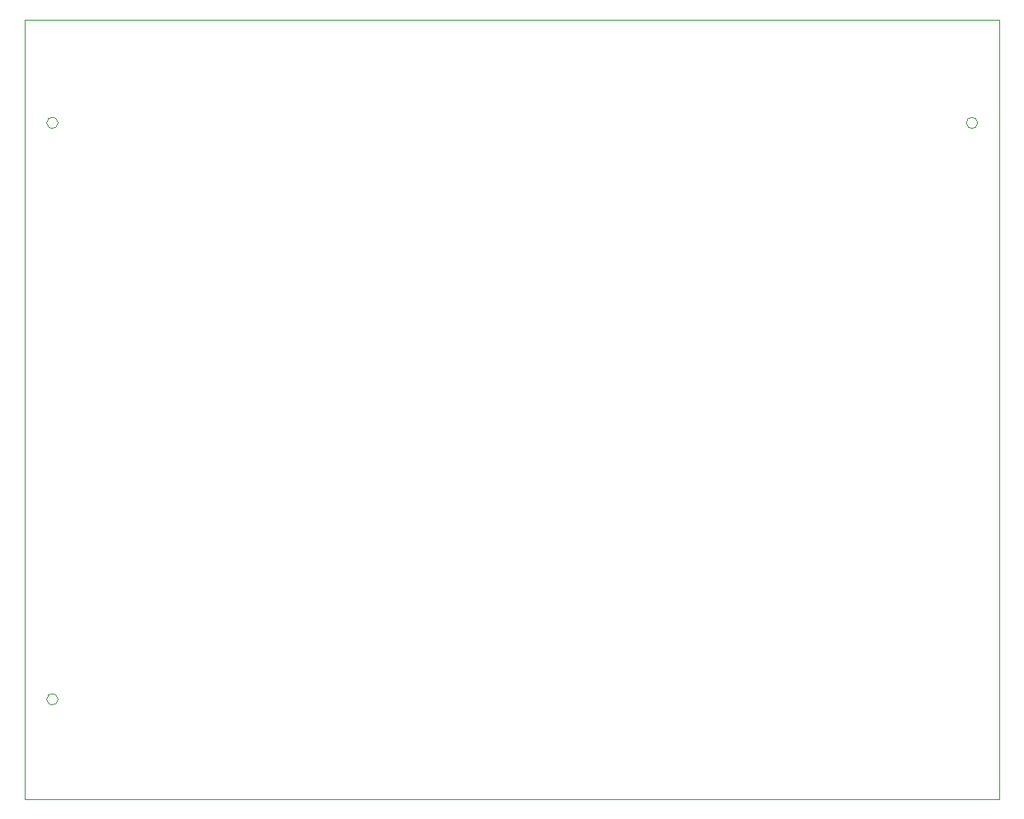
<source format=gbr>
%TF.GenerationSoftware,KiCad,Pcbnew,(6.0.6)*%
%TF.CreationDate,2022-11-29T14:39:04-05:00*%
%TF.ProjectId,PolyVent_SPI_Controller,506f6c79-5665-46e7-945f-5350495f436f,0.1*%
%TF.SameCoordinates,Original*%
%TF.FileFunction,Profile,NP*%
%FSLAX46Y46*%
G04 Gerber Fmt 4.6, Leading zero omitted, Abs format (unit mm)*
G04 Created by KiCad (PCBNEW (6.0.6)) date 2022-11-29 14:39:04*
%MOMM*%
%LPD*%
G01*
G04 APERTURE LIST*
%TA.AperFunction,Profile*%
%ADD10C,0.050000*%
%TD*%
%TA.AperFunction,Profile*%
%ADD11C,0.120000*%
%TD*%
G04 APERTURE END LIST*
D10*
X198501100Y-145003600D02*
X198501100Y-65003600D01*
X98501100Y-65003600D02*
X98501100Y-145003600D01*
X98501100Y-145003600D02*
X198501100Y-145003600D01*
X198501100Y-65003600D02*
X98501100Y-65003600D01*
D11*
%TO.C,T2*%
X196283000Y-75565000D02*
G75*
G03*
X196283000Y-75565000I-576000J0D01*
G01*
%TO.C,T1*%
X101922000Y-75565000D02*
G75*
G03*
X101922000Y-75565000I-576000J0D01*
G01*
%TO.C,T3*%
X101922000Y-134747000D02*
G75*
G03*
X101922000Y-134747000I-576000J0D01*
G01*
%TD*%
M02*

</source>
